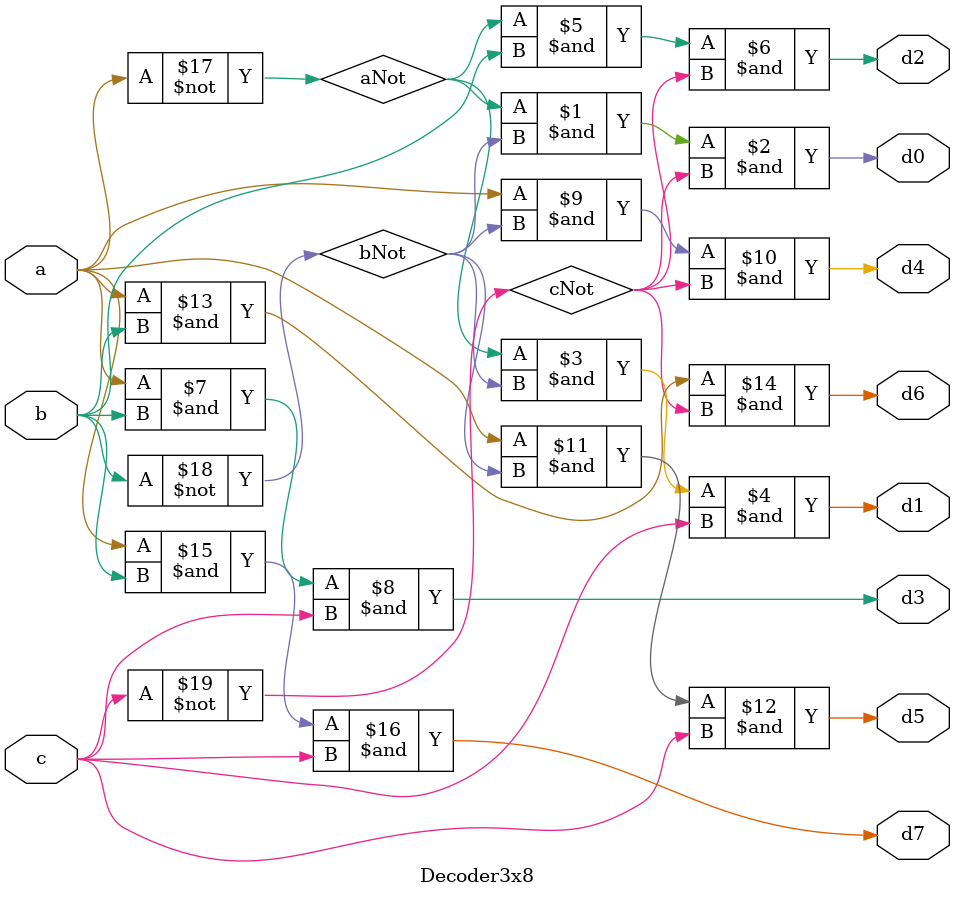
<source format=v>


module Decoder3x8(a,b,c,d0,d1,d2,d3,d4,d5,d6,d7);

input a,b,c;
output d0,d1,d2,d3,d4,d5,d6,d7;
wire aNot, bNot, cNot;

not(aNot, a);
not(bNot, b);
not(cNot, c);

and(d0, aNot, bNot, cNot);
and(d1, aNot, bNot, c);
and(d2, aNot, b, cNot);
and(d3, a, b, c);
and(d4, a, bNot, cNot);
and(d5, a, bNot, c);
and(d6, a, b, cNot);
and(d7, a, b, c);

/*
assign d0 = ( ~a & ~b & ~c),
       d1 = ( ~a & ~b & c),
       d2 = ( ~a & b & ~c),
       d3 = ( ~a & b & c),
       d4 = ( a & ~b & ~c),
       d5 = ( a & ~b & c),
       d6 = ( a & b & ~c),
       d7 = ( a & b & c);
       
*/

endmodule
</source>
